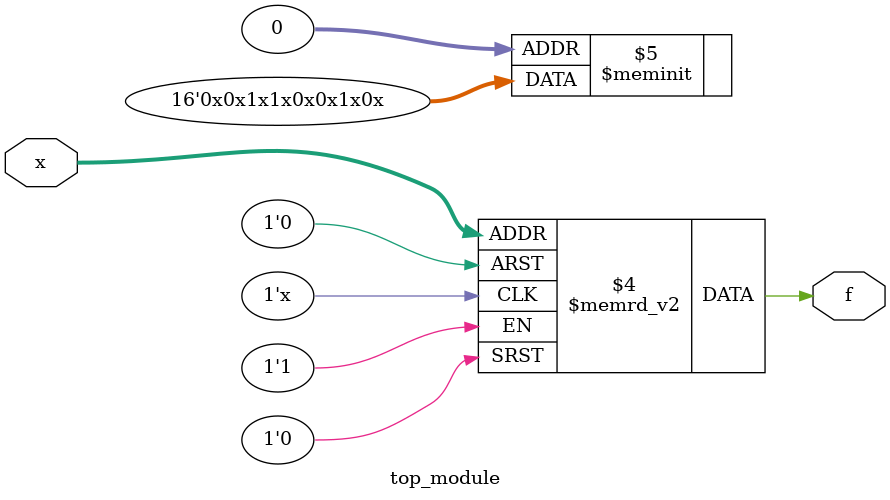
<source format=sv>
module top_module (
    input [4:1] x,
    output logic f
);

always_comb begin
    case ({x[4:3], x[2:1]})
        4'b0001: f = 1'b0;
        4'b0011: f = 1'b1;
        4'b0101: f = 1'b0;
        4'b0111: f = 1'b0;
        4'b1001: f = 1'b1;
        4'b1011: f = 1'b1;
        4'b1101: f = 1'b0;
        4'b1111: f = 1'b0;
        default: f = 1'bx; // Don't-care condition
    endcase
end

endmodule

</source>
